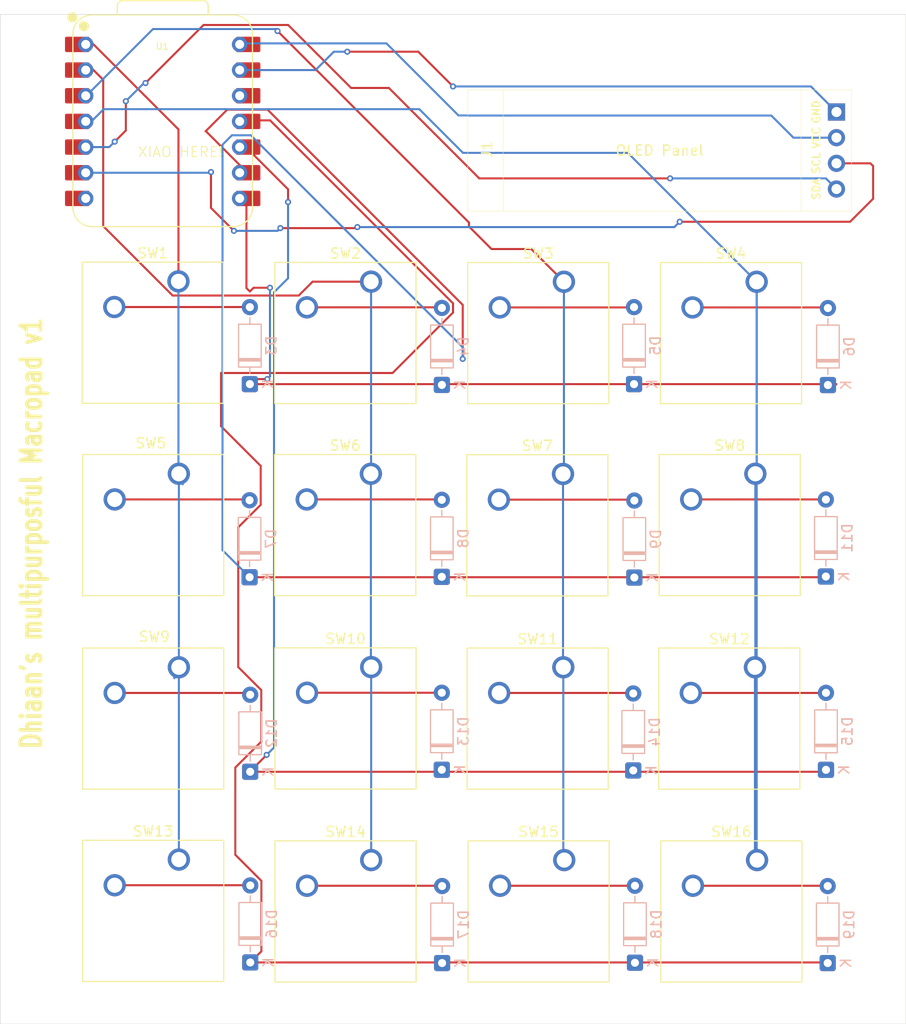
<source format=kicad_pcb>
(kicad_pcb (version 20241229) (generator "pcbnew") (generator_version "9.0")
  (layers (0 "F.Cu" signal) (2 "B.Cu" signal) (13 "F.Paste" user) (15 "B.Paste" user) (5 "F.SilkS" user "F.Silkscreen") (7 "B.SilkS" user "B.Silkscreen") (1 "F.Mask" user) (3 "B.Mask" user) (25 "Edge.Cuts" user))
  (net 0 "")
  (net 1 "Row 0")
  (net 2 "Net-(D3-A)")
  (net 3 "Net-(D4-A)")
  (net 4 "Net-(D5-A)")
  (net 5 "Net-(D6-A)")
  (net 6 "Net-(D7-A)")
  (net 7 "Row 1")
  (net 8 "Net-(D8-A)")
  (net 9 "Net-(D9-A)")
  (net 10 "Net-(D11-A)")
  (net 11 "Row 2")
  (net 12 "Net-(D12-A)")
  (net 13 "Net-(D13-A)")
  (net 14 "Net-(D14-A)")
  (net 15 "Net-(D15-A)")
  (net 16 "Net-(D16-A)")
  (net 17 "Row 3")
  (net 18 "Net-(D17-A)")
  (net 19 "Net-(D18-A)")
  (net 20 "Net-(D19-A)")
  (net 21 "SCL")
  (net 22 "+5V")
  (net 23 "GND")
  (net 24 "SDA")
  (net 25 "Column 0")
  (net 26 "Column 1")
  (net 27 "Column 2")
  (net 28 "Column 3")
  (footprint "Button_Switch_Keyboard:SW_Cherry_MX_1.00u_PCB" (layer "F.Cu") (at 130.12 68)
    (property "Reference" "SW6" (at -2.54 -2.794 0) (layer "F.SilkS"))
    (property "Value" "SW_Push")
    (pad "" np_thru_hole circle (at -7.62 5.08) (size 1.7 1.7) (drill 1.7) (layers "*.Cu" "*.Mask"))
    (pad "" np_thru_hole circle (at -2.54 5.08) (size 4 4) (drill 4) (layers "*.Cu" "*.Mask"))
    (pad "" np_thru_hole circle (at 2.54 5.08) (size 1.7 1.7) (drill 1.7) (layers "*.Cu" "*.Mask"))
    (pad "1" thru_hole circle (at 0 0) (size 2.2 2.2) (drill 1.5) (layers "*.Cu" "*.Mask") (net 26 "Column 1"))
    (pad "2" thru_hole circle (at -6.35 2.54) (size 2.2 2.2) (drill 1.5) (layers "*.Cu" "*.Mask") (net 8 "Net-(D8-A)"))
  )
  (footprint "Button_Switch_Keyboard:SW_Cherry_MX_1.00u_PCB" (layer "F.Cu") (at 168.31 49)
    (property "Reference" "SW4" (at -2.54 -2.794 0) (layer "F.SilkS"))
    (property "Value" "SW_Push")
    (pad "" np_thru_hole circle (at -7.62 5.08) (size 1.7 1.7) (drill 1.7) (layers "*.Cu" "*.Mask"))
    (pad "" np_thru_hole circle (at -2.54 5.08) (size 4 4) (drill 4) (layers "*.Cu" "*.Mask"))
    (pad "" np_thru_hole circle (at 2.54 5.08) (size 1.7 1.7) (drill 1.7) (layers "*.Cu" "*.Mask"))
    (pad "1" thru_hole circle (at 0 0) (size 2.2 2.2) (drill 1.5) (layers "*.Cu" "*.Mask") (net 28 "Column 3"))
    (pad "2" thru_hole circle (at -6.35 2.54) (size 2.2 2.2) (drill 1.5) (layers "*.Cu" "*.Mask") (net 5 "Net-(D6-A)"))
  )
  (footprint "Button_Switch_Keyboard:SW_Cherry_MX_1.00u_PCB" (layer "F.Cu") (at 111.11 87.15)
    (property "Reference" "SW9" (at -2.43 -3.02 0) (layer "F.SilkS"))
    (property "Value" "SW_Push")
    (pad "" np_thru_hole circle (at -7.62 5.08) (size 1.7 1.7) (drill 1.7) (layers "*.Cu" "*.Mask"))
    (pad "" np_thru_hole circle (at -2.54 5.08) (size 4 4) (drill 4) (layers "*.Cu" "*.Mask"))
    (pad "" np_thru_hole circle (at 2.54 5.08) (size 1.7 1.7) (drill 1.7) (layers "*.Cu" "*.Mask"))
    (pad "1" thru_hole circle (at 0 0) (size 2.2 2.2) (drill 1.5) (layers "*.Cu" "*.Mask") (net 25 "Column 0"))
    (pad "2" thru_hole circle (at -6.35 2.54) (size 2.2 2.2) (drill 1.5) (layers "*.Cu" "*.Mask") (net 12 "Net-(D12-A)"))
  )
  (footprint "Button_Switch_Keyboard:SW_Cherry_MX_1.00u_PCB" (layer "F.Cu") (at 168.14 87.15)
    (property "Reference" "SW12" (at -2.54 -2.794 0) (layer "F.SilkS"))
    (property "Value" "SW_Push")
    (pad "" np_thru_hole circle (at -7.62 5.08) (size 1.7 1.7) (drill 1.7) (layers "*.Cu" "*.Mask"))
    (pad "" np_thru_hole circle (at -2.54 5.08) (size 4 4) (drill 4) (layers "*.Cu" "*.Mask"))
    (pad "" np_thru_hole circle (at 2.54 5.08) (size 1.7 1.7) (drill 1.7) (layers "*.Cu" "*.Mask"))
    (pad "1" thru_hole circle (at 0 0) (size 2.2 2.2) (drill 1.5) (layers "*.Cu" "*.Mask") (net 28 "Column 3"))
    (pad "2" thru_hole circle (at -6.35 2.54) (size 2.2 2.2) (drill 1.5) (layers "*.Cu" "*.Mask") (net 15 "Net-(D15-A)"))
  )
  (footprint "Button_Switch_Keyboard:SW_Cherry_MX_1.00u_PCB" (layer "F.Cu") (at 130.14 48.99)
    (property "Reference" "SW2" (at -2.54 -2.794 0) (layer "F.SilkS"))
    (property "Value" "SW_Push")
    (pad "" np_thru_hole circle (at -7.62 5.08) (size 1.7 1.7) (drill 1.7) (layers "*.Cu" "*.Mask"))
    (pad "" np_thru_hole circle (at -2.54 5.08) (size 4 4) (drill 4) (layers "*.Cu" "*.Mask"))
    (pad "" np_thru_hole circle (at 2.54 5.08) (size 1.7 1.7) (drill 1.7) (layers "*.Cu" "*.Mask"))
    (pad "1" thru_hole circle (at 0 0) (size 2.2 2.2) (drill 1.5) (layers "*.Cu" "*.Mask") (net 26 "Column 1"))
    (pad "2" thru_hole circle (at -6.35 2.54) (size 2.2 2.2) (drill 1.5) (layers "*.Cu" "*.Mask") (net 3 "Net-(D4-A)"))
  )
  (footprint "Button_Switch_Keyboard:SW_Cherry_MX_1.00u_PCB" (layer "F.Cu") (at 111.11 106.18)
    (property "Reference" "SW13" (at -2.54 -2.794 0) (layer "F.SilkS"))
    (property "Value" "SW_Push")
    (pad "" np_thru_hole circle (at -7.62 5.08) (size 1.7 1.7) (drill 1.7) (layers "*.Cu" "*.Mask"))
    (pad "" np_thru_hole circle (at -2.54 5.08) (size 4 4) (drill 4) (layers "*.Cu" "*.Mask"))
    (pad "" np_thru_hole circle (at 2.54 5.08) (size 1.7 1.7) (drill 1.7) (layers "*.Cu" "*.Mask"))
    (pad "1" thru_hole circle (at 0 0) (size 2.2 2.2) (drill 1.5) (layers "*.Cu" "*.Mask") (net 25 "Column 0"))
    (pad "2" thru_hole circle (at -6.35 2.54) (size 2.2 2.2) (drill 1.5) (layers "*.Cu" "*.Mask") (net 16 "Net-(D16-A)"))
  )
  (footprint "Button_Switch_Keyboard:SW_Cherry_MX_1.00u_PCB" (layer "F.Cu") (at 130.15 87.13)
    (property "Reference" "SW10" (at -2.54 -2.794 0) (layer "F.SilkS"))
    (property "Value" "SW_Push")
    (pad "" np_thru_hole circle (at -7.62 5.08) (size 1.7 1.7) (drill 1.7) (layers "*.Cu" "*.Mask"))
    (pad "" np_thru_hole circle (at -2.54 5.08) (size 4 4) (drill 4) (layers "*.Cu" "*.Mask"))
    (pad "" np_thru_hole circle (at 2.54 5.08) (size 1.7 1.7) (drill 1.7) (layers "*.Cu" "*.Mask"))
    (pad "1" thru_hole circle (at 0 0) (size 2.2 2.2) (drill 1.5) (layers "*.Cu" "*.Mask") (net 26 "Column 1"))
    (pad "2" thru_hole circle (at -6.35 2.54) (size 2.2 2.2) (drill 1.5) (layers "*.Cu" "*.Mask") (net 13 "Net-(D13-A)"))
  )
  (footprint "Button_Switch_Keyboard:SW_Cherry_MX_1.00u_PCB" (layer "F.Cu") (at 111.07 48.96)
    (property "Reference" "SW1" (at -2.54 -2.794 0) (layer "F.SilkS"))
    (property "Value" "SW_Push")
    (pad "" np_thru_hole circle (at -7.62 5.08) (size 1.7 1.7) (drill 1.7) (layers "*.Cu" "*.Mask"))
    (pad "" np_thru_hole circle (at -2.54 5.08) (size 4 4) (drill 4) (layers "*.Cu" "*.Mask"))
    (pad "" np_thru_hole circle (at 2.54 5.08) (size 1.7 1.7) (drill 1.7) (layers "*.Cu" "*.Mask"))
    (pad "1" thru_hole circle (at 0 0) (size 2.2 2.2) (drill 1.5) (layers "*.Cu" "*.Mask") (net 25 "Column 0"))
    (pad "2" thru_hole circle (at -6.35 2.54) (size 2.2 2.2) (drill 1.5) (layers "*.Cu" "*.Mask") (net 2 "Net-(D3-A)"))
  )
  (footprint "OPL:SSD1306-0.91-OLED-4pin-128x32" (layer "F.Cu") (at 139.71 30.01)
    (property "Reference" "J1" (at 1.9 5.91 90) (layer "F.SilkS"))
    (property "Value" "Conn_01x04_Pin")
    (fp_text user "OLED Panel" (at 19 6 0) (layer "F.SilkS"))
    (fp_text user "SDA" (at 34.5 9.81 270) (layer "F.SilkS") (effects (font (size 0.75 0.75))))
    (fp_text user "SCL" (at 34.5 7.27 270) (layer "F.SilkS") (effects (font (size 0.75 0.75))))
    (fp_text user "VCC" (at 34.5 4.73 270) (layer "F.SilkS") (effects (font (size 0.75 0.75))))
    (fp_text user "GND" (at 34.5 2.19 270) (layer "F.SilkS") (effects (font (size 0.75 0.75))))
    (pad "1" thru_hole rect (at 36.5 2.19) (size 1.7 1.7) (drill 1) (layers "*.Cu" "*.Mask") (net 23 "GND"))
    (pad "2" thru_hole oval (at 36.5 4.73) (size 1.7 1.7) (drill 1) (layers "*.Cu" "*.Mask") (net 22 "+5V"))
    (pad "3" thru_hole oval (at 36.5 7.27) (size 1.7 1.7) (drill 1) (layers "*.Cu" "*.Mask") (net 21 "SCL"))
    (pad "4" thru_hole oval (at 36.5 9.81) (size 1.7 1.7) (drill 1) (layers "*.Cu" "*.Mask") (net 24 "SDA"))
  )
  (footprint "Button_Switch_Keyboard:SW_Cherry_MX_1.00u_PCB" (layer "F.Cu") (at 149.23 49)
    (property "Reference" "SW3" (at -2.54 -2.794 0) (layer "F.SilkS"))
    (property "Value" "SW_Push")
    (pad "" np_thru_hole circle (at -7.62 5.08) (size 1.7 1.7) (drill 1.7) (layers "*.Cu" "*.Mask"))
    (pad "" np_thru_hole circle (at -2.54 5.08) (size 4 4) (drill 4) (layers "*.Cu" "*.Mask"))
    (pad "" np_thru_hole circle (at 2.54 5.08) (size 1.7 1.7) (drill 1.7) (layers "*.Cu" "*.Mask"))
    (pad "1" thru_hole circle (at 0 0) (size 2.2 2.2) (drill 1.5) (layers "*.Cu" "*.Mask") (net 27 "Column 2"))
    (pad "2" thru_hole circle (at -6.35 2.54) (size 2.2 2.2) (drill 1.5) (layers "*.Cu" "*.Mask") (net 4 "Net-(D5-A)"))
  )
  (footprint "OPL:XIAO-RP2040-DIP" (layer "F.Cu") (at 109.51 33.13)
    (property "Reference" "U1" (at -0.03881 -7.42 0) (layer "F.SilkS") (effects (font (size 0.635 0.635) (thickness 0.1016))))
    (property "Value" "XIAO-RP2040-DIP")
    (pad "1" smd roundrect (at -8.455 -7.62 180) (size 2.432 1.524) (layers "F.Cu" "F.Mask") (roundrect_rratio 0.1) (net 25 "Column 0"))
    (pad "1" thru_hole circle (at -7.62 -7.62 180) (size 1.524 1.524) (drill 0.889) (layers "*.Cu" "*.Mask") (net 25 "Column 0"))
    (pad "2" smd roundrect (at -8.455 -5.08 180) (size 2.432 1.524) (layers "F.Cu" "F.Mask") (roundrect_rratio 0.1) (net 26 "Column 1"))
    (pad "2" thru_hole circle (at -7.62 -5.08 180) (size 1.524 1.524) (drill 0.889) (layers "*.Cu" "*.Mask") (net 26 "Column 1"))
    (pad "3" smd roundrect (at -8.455 -2.54 180) (size 2.432 1.524) (layers "F.Cu" "F.Mask") (roundrect_rratio 0.1) (net 27 "Column 2"))
    (pad "3" thru_hole circle (at -7.62 -2.54 180) (size 1.524 1.524) (drill 0.889) (layers "*.Cu" "*.Mask") (net 27 "Column 2"))
    (pad "4" smd roundrect (at -8.455 0 180) (size 2.432 1.524) (layers "F.Cu" "F.Mask") (roundrect_rratio 0.1) (net 28 "Column 3"))
    (pad "4" thru_hole circle (at -7.62 0 180) (size 1.524 1.524) (drill 0.889) (layers "*.Cu" "*.Mask") (net 28 "Column 3"))
    (pad "5" smd roundrect (at -8.455 2.54 180) (size 2.432 1.524) (layers "F.Cu" "F.Mask") (roundrect_rratio 0.1) (net 24 "SDA"))
    (pad "5" thru_hole circle (at -7.62 2.54 180) (size 1.524 1.524) (drill 0.889) (layers "*.Cu" "*.Mask") (net 24 "SDA"))
    (pad "6" smd roundrect (at -8.455 5.08 180) (size 2.432 1.524) (layers "F.Cu" "F.Mask") (roundrect_rratio 0.1) (net 21 "SCL"))
    (pad "6" thru_hole circle (at -7.62 5.08 180) (size 1.524 1.524) (drill 0.889) (layers "*.Cu" "*.Mask") (net 21 "SCL"))
    (pad "7" smd roundrect (at -8.455 7.62 180) (size 2.432 1.524) (layers "F.Cu" "F.Mask") (roundrect_rratio 0.1))
    (pad "7" thru_hole circle (at -7.62 7.62 180) (size 1.524 1.524) (drill 0.889) (layers "*.Cu" "*.Mask"))
    (pad "8" thru_hole circle (at 7.62 7.62) (size 1.524 1.524) (drill 0.889) (layers "*.Cu" "*.Mask") (net 1 "Row 0"))
    (pad "8" smd roundrect (at 8.455 7.62) (size 2.432 1.524) (layers "F.Cu" "F.Mask") (roundrect_rratio 0.1) (net 1 "Row 0"))
    (pad "9" thru_hole circle (at 7.62 5.08) (size 1.524 1.524) (drill 0.889) (layers "*.Cu" "*.Mask") (net 7 "Row 1"))
    (pad "9" smd roundrect (at 8.455 5.08) (size 2.432 1.524) (layers "F.Cu" "F.Mask") (roundrect_rratio 0.1) (net 7 "Row 1"))
    (pad "10" thru_hole circle (at 7.62 2.54) (size 1.524 1.524) (drill 0.889) (layers "*.Cu" "*.Mask") (net 11 "Row 2"))
    (pad "10" smd roundrect (at 8.455 2.54) (size 2.432 1.524) (layers "F.Cu" "F.Mask") (roundrect_rratio 0.1) (net 11 "Row 2"))
    (pad "11" thru_hole circle (at 7.62 0) (size 1.524 1.524) (drill 0.889) (layers "*.Cu" "*.Mask") (net 17 "Row 3"))
    (pad "11" smd roundrect (at 8.455 0) (size 2.432 1.524) (layers "F.Cu" "F.Mask") (roundrect_rratio 0.1) (net 17 "Row 3"))
    (pad "12" thru_hole circle (at 7.62 -2.54) (size 1.524 1.524) (drill 0.889) (layers "*.Cu" "*.Mask"))
    (pad "12" smd roundrect (at 8.455 -2.54) (size 2.432 1.524) (layers "F.Cu" "F.Mask") (roundrect_rratio 0.1))
    (pad "13" thru_hole circle (at 7.62 -5.08) (size 1.524 1.524) (drill 0.889) (layers "*.Cu" "*.Mask") (net 23 "GND"))
    (pad "13" smd roundrect (at 8.455 -5.08) (size 2.432 1.524) (layers "F.Cu" "F.Mask") (roundrect_rratio 0.1) (net 23 "GND"))
    (pad "14" thru_hole circle (at 7.62 -7.62) (size 1.524 1.524) (drill 0.889) (layers "*.Cu" "*.Mask") (net 22 "+5V"))
    (pad "14" smd roundrect (at 8.455 -7.62) (size 2.432 1.524) (layers "F.Cu" "F.Mask") (roundrect_rratio 0.1) (net 22 "+5V"))
  )
  (footprint "Button_Switch_Keyboard:SW_Cherry_MX_1.00u_PCB" (layer "F.Cu") (at 149.17 87.15)
    (property "Reference" "SW11" (at -2.54 -2.794 0) (layer "F.SilkS"))
    (property "Value" "SW_Push")
    (pad "" np_thru_hole circle (at -7.62 5.08) (size 1.7 1.7) (drill 1.7) (layers "*.Cu" "*.Mask"))
    (pad "" np_thru_hole circle (at -2.54 5.08) (size 4 4) (drill 4) (layers "*.Cu" "*.Mask"))
    (pad "" np_thru_hole circle (at 2.54 5.08) (size 1.7 1.7) (drill 1.7) (layers "*.Cu" "*.Mask"))
    (pad "1" thru_hole circle (at 0 0) (size 2.2 2.2) (drill 1.5) (layers "*.Cu" "*.Mask") (net 27 "Column 2"))
    (pad "2" thru_hole circle (at -6.35 2.54) (size 2.2 2.2) (drill 1.5) (layers "*.Cu" "*.Mask") (net 14 "Net-(D14-A)"))
  )
  (footprint "Button_Switch_Keyboard:SW_Cherry_MX_1.00u_PCB" (layer "F.Cu") (at 149.14 68.02)
    (property "Reference" "SW7" (at -2.54 -2.794 0) (layer "F.SilkS"))
    (property "Value" "SW_Push")
    (pad "" np_thru_hole circle (at -7.62 5.08) (size 1.7 1.7) (drill 1.7) (layers "*.Cu" "*.Mask"))
    (pad "" np_thru_hole circle (at -2.54 5.08) (size 4 4) (drill 4) (layers "*.Cu" "*.Mask"))
    (pad "" np_thru_hole circle (at 2.54 5.08) (size 1.7 1.7) (drill 1.7) (layers "*.Cu" "*.Mask"))
    (pad "1" thru_hole circle (at 0 0) (size 2.2 2.2) (drill 1.5) (layers "*.Cu" "*.Mask") (net 27 "Column 2"))
    (pad "2" thru_hole circle (at -6.35 2.54) (size 2.2 2.2) (drill 1.5) (layers "*.Cu" "*.Mask") (net 9 "Net-(D9-A)"))
  )
  (footprint "Button_Switch_Keyboard:SW_Cherry_MX_1.00u_PCB" (layer "F.Cu") (at 168.35 106.23)
    (property "Reference" "SW16" (at -2.54 -2.794 0) (layer "F.SilkS"))
    (property "Value" "SW_Push")
    (pad "" np_thru_hole circle (at -7.62 5.08) (size 1.7 1.7) (drill 1.7) (layers "*.Cu" "*.Mask"))
    (pad "" np_thru_hole circle (at -2.54 5.08) (size 4 4) (drill 4) (layers "*.Cu" "*.Mask"))
    (pad "" np_thru_hole circle (at 2.54 5.08) (size 1.7 1.7) (drill 1.7) (layers "*.Cu" "*.Mask"))
    (pad "1" thru_hole circle (at 0 0) (size 2.2 2.2) (drill 1.5) (layers "*.Cu" "*.Mask") (net 28 "Column 3"))
    (pad "2" thru_hole circle (at -6.35 2.54) (size 2.2 2.2) (drill 1.5) (layers "*.Cu" "*.Mask") (net 20 "Net-(D19-A)"))
  )
  (footprint "Button_Switch_Keyboard:SW_Cherry_MX_1.00u_PCB" (layer "F.Cu") (at 111.11 68)
    (property "Reference" "SW5" (at -2.77 -3.03 0) (layer "F.SilkS"))
    (property "Value" "SW_Push")
    (pad "" np_thru_hole circle (at -7.62 5.08) (size 1.7 1.7) (drill 1.7) (layers "*.Cu" "*.Mask"))
    (pad "" np_thru_hole circle (at -2.54 5.08) (size 4 4) (drill 4) (layers "*.Cu" "*.Mask"))
    (pad "" np_thru_hole circle (at 2.54 5.08) (size 1.7 1.7) (drill 1.7) (layers "*.Cu" "*.Mask"))
    (pad "1" thru_hole circle (at 0 0) (size 2.2 2.2) (drill 1.5) (layers "*.Cu" "*.Mask") (net 25 "Column 0"))
    (pad "2" thru_hole circle (at -6.35 2.54) (size 2.2 2.2) (drill 1.5) (layers "*.Cu" "*.Mask") (net 6 "Net-(D7-A)"))
  )
  (footprint "Button_Switch_Keyboard:SW_Cherry_MX_1.00u_PCB" (layer "F.Cu") (at 149.26 106.23)
    (property "Reference" "SW15" (at -2.54 -2.794 0) (layer "F.SilkS"))
    (property "Value" "SW_Push")
    (pad "" np_thru_hole circle (at -7.62 5.08) (size 1.7 1.7) (drill 1.7) (layers "*.Cu" "*.Mask"))
    (pad "" np_thru_hole circle (at -2.54 5.08) (size 4 4) (drill 4) (layers "*.Cu" "*.Mask"))
    (pad "" np_thru_hole circle (at 2.54 5.08) (size 1.7 1.7) (drill 1.7) (layers "*.Cu" "*.Mask"))
    (pad "1" thru_hole circle (at 0 0) (size 2.2 2.2) (drill 1.5) (layers "*.Cu" "*.Mask") (net 27 "Column 2"))
    (pad "2" thru_hole circle (at -6.35 2.54) (size 2.2 2.2) (drill 1.5) (layers "*.Cu" "*.Mask") (net 19 "Net-(D18-A)"))
  )
  (footprint "Button_Switch_Keyboard:SW_Cherry_MX_1.00u_PCB" (layer "F.Cu") (at 168.18 68)
    (property "Reference" "SW8" (at -2.54 -2.794 0) (layer "F.SilkS"))
    (property "Value" "SW_Push")
    (pad "" np_thru_hole circle (at -7.62 5.08) (size 1.7 1.7) (drill 1.7) (layers "*.Cu" "*.Mask"))
    (pad "" np_thru_hole circle (at -2.54 5.08) (size 4 4) (drill 4) (layers "*.Cu" "*.Mask"))
    (pad "" np_thru_hole circle (at 2.54 5.08) (size 1.7 1.7) (drill 1.7) (layers "*.Cu" "*.Mask"))
    (pad "1" thru_hole circle (at 0 0) (size 2.2 2.2) (drill 1.5) (layers "*.Cu" "*.Mask") (net 28 "Column 3"))
    (pad "2" thru_hole circle (at -6.35 2.54) (size 2.2 2.2) (drill 1.5) (layers "*.Cu" "*.Mask") (net 10 "Net-(D11-A)"))
  )
  (footprint "Button_Switch_Keyboard:SW_Cherry_MX_1.00u_PCB" (layer "F.Cu") (at 130.15 106.23)
    (property "Reference" "SW14" (at -2.54 -2.794 0) (layer "F.SilkS"))
    (property "Value" "SW_Push")
    (pad "" np_thru_hole circle (at -7.62 5.08) (size 1.7 1.7) (drill 1.7) (layers "*.Cu" "*.Mask"))
    (pad "" np_thru_hole circle (at -2.54 5.08) (size 4 4) (drill 4) (layers "*.Cu" "*.Mask"))
    (pad "" np_thru_hole circle (at 2.54 5.08) (size 1.7 1.7) (drill 1.7) (layers "*.Cu" "*.Mask"))
    (pad "1" thru_hole circle (at 0 0) (size 2.2 2.2) (drill 1.5) (layers "*.Cu" "*.Mask") (net 26 "Column 1"))
    (pad "2" thru_hole circle (at -6.35 2.54) (size 2.2 2.2) (drill 1.5) (layers "*.Cu" "*.Mask") (net 18 "Net-(D17-A)"))
  )
  (footprint "Diode_THT:D_DO-35_SOD27_P7.62mm_Horizontal" (layer "B.Cu") (at 175.36 59.22 90)
    (property "Reference" "D6" (at 3.81 2.12 90) (layer "B.SilkS") (effects (justify mirror)))
    (property "Value" "1N4148")
    (fp_text user "K" (at 0 1.8 90) (layer "B.SilkS") (effects (justify mirror)))
    (pad "1" thru_hole roundrect (at 0 0 90) (size 1.6 1.6) (drill 0.8) (layers "*.Cu" "*.Mask") (roundrect_rratio 0.15625) (net 1 "Row 0"))
    (pad "2" thru_hole circle (at 7.62 0 90) (size 1.6 1.6) (drill 0.8) (layers "*.Cu" "*.Mask") (net 5 "Net-(D6-A)"))
  )
  (footprint "Diode_THT:D_DO-35_SOD27_P7.62mm_Horizontal" (layer "B.Cu") (at 118.18 116.36 90)
    (property "Reference" "D16" (at 3.81 2.12 90) (layer "B.SilkS") (effects (justify mirror)))
    (property "Value" "1N4148")
    (fp_text user "K" (at 0 1.8 90) (layer "B.SilkS") (effects (justify mirror)))
    (pad "1" thru_hole roundrect (at 0 0 90) (size 1.6 1.6) (drill 0.8) (layers "*.Cu" "*.Mask") (roundrect_rratio 0.15625) (net 17 "Row 3"))
    (pad "2" thru_hole circle (at 7.62 0 90) (size 1.6 1.6) (drill 0.8) (layers "*.Cu" "*.Mask") (net 16 "Net-(D16-A)"))
  )
  (footprint "Diode_THT:D_DO-35_SOD27_P7.62mm_Horizontal" (layer "B.Cu") (at 156.26 116.39 90)
    (property "Reference" "D18" (at 3.81 2.12 90) (layer "B.SilkS") (effects (justify mirror)))
    (property "Value" "1N4148")
    (fp_text user "K" (at 0 1.8 90) (layer "B.SilkS") (effects (justify mirror)))
    (pad "1" thru_hole roundrect (at 0 0 90) (size 1.6 1.6) (drill 0.8) (layers "*.Cu" "*.Mask") (roundrect_rratio 0.15625) (net 17 "Row 3"))
    (pad "2" thru_hole circle (at 7.62 0 90) (size 1.6 1.6) (drill 0.8) (layers "*.Cu" "*.Mask") (net 19 "Net-(D18-A)"))
  )
  (footprint "Diode_THT:D_DO-35_SOD27_P7.62mm_Horizontal" (layer "B.Cu") (at 156.17 59.13 90)
    (property "Reference" "D5" (at 3.81 2.12 90) (layer "B.SilkS") (effects (justify mirror)))
    (property "Value" "1N4148")
    (fp_text user "K" (at 0 1.8 90) (layer "B.SilkS") (effects (justify mirror)))
    (pad "1" thru_hole roundrect (at 0 0 90) (size 1.6 1.6) (drill 0.8) (layers "*.Cu" "*.Mask") (roundrect_rratio 0.15625) (net 1 "Row 0"))
    (pad "2" thru_hole circle (at 7.62 0 90) (size 1.6 1.6) (drill 0.8) (layers "*.Cu" "*.Mask") (net 4 "Net-(D5-A)"))
  )
  (footprint "Diode_THT:D_DO-35_SOD27_P7.62mm_Horizontal" (layer "B.Cu") (at 156.2 78.27 90)
    (property "Reference" "D9" (at 3.81 2.12 90) (layer "B.SilkS") (effects (justify mirror)))
    (property "Value" "1N4148")
    (fp_text user "K" (at 0 1.8 90) (layer "B.SilkS") (effects (justify mirror)))
    (pad "1" thru_hole roundrect (at 0 0 90) (size 1.6 1.6) (drill 0.8) (layers "*.Cu" "*.Mask") (roundrect_rratio 0.15625) (net 7 "Row 1"))
    (pad "2" thru_hole circle (at 7.62 0 90) (size 1.6 1.6) (drill 0.8) (layers "*.Cu" "*.Mask") (net 9 "Net-(D9-A)"))
  )
  (footprint "Diode_THT:D_DO-35_SOD27_P7.62mm_Horizontal" (layer "B.Cu") (at 175.16 78.17 90)
    (property "Reference" "D11" (at 3.81 2.12 90) (layer "B.SilkS") (effects (justify mirror)))
    (property "Value" "1N4148")
    (fp_text user "K" (at 0 1.8 90) (layer "B.SilkS") (effects (justify mirror)))
    (pad "1" thru_hole roundrect (at 0 0 90) (size 1.6 1.6) (drill 0.8) (layers "*.Cu" "*.Mask") (roundrect_rratio 0.15625) (net 7 "Row 1"))
    (pad "2" thru_hole circle (at 7.62 0 90) (size 1.6 1.6) (drill 0.8) (layers "*.Cu" "*.Mask") (net 10 "Net-(D11-A)"))
  )
  (footprint "Diode_THT:D_DO-35_SOD27_P7.62mm_Horizontal" (layer "B.Cu") (at 118.14 59.13 90)
    (property "Reference" "D3" (at 3.81 2.12 90) (layer "B.SilkS") (effects (justify mirror)))
    (property "Value" "1N4148")
    (fp_text user "K" (at 0 1.8 90) (layer "B.SilkS") (effects (justify mirror)))
    (pad "1" thru_hole roundrect (at 0 0 90) (size 1.6 1.6) (drill 0.8) (layers "*.Cu" "*.Mask") (roundrect_rratio 0.15625) (net 1 "Row 0"))
    (pad "2" thru_hole circle (at 7.62 0 90) (size 1.6 1.6) (drill 0.8) (layers "*.Cu" "*.Mask") (net 2 "Net-(D3-A)"))
  )
  (footprint "Diode_THT:D_DO-35_SOD27_P7.62mm_Horizontal" (layer "B.Cu") (at 137.17 116.42 90)
    (property "Reference" "D17" (at 3.81 2.12 90) (layer "B.SilkS") (effects (justify mirror)))
    (property "Value" "1N4148")
    (fp_text user "K" (at 0 1.8 90) (layer "B.SilkS") (effects (justify mirror)))
    (pad "1" thru_hole roundrect (at 0 0 90) (size 1.6 1.6) (drill 0.8) (layers "*.Cu" "*.Mask") (roundrect_rratio 0.15625) (net 17 "Row 3"))
    (pad "2" thru_hole circle (at 7.62 0 90) (size 1.6 1.6) (drill 0.8) (layers "*.Cu" "*.Mask") (net 18 "Net-(D17-A)"))
  )
  (footprint "Diode_THT:D_DO-35_SOD27_P7.62mm_Horizontal" (layer "B.Cu") (at 156.09 97.36 90)
    (property "Reference" "D14" (at 3.81 2.12 90) (layer "B.SilkS") (effects (justify mirror)))
    (property "Value" "1N4148")
    (fp_text user "K" (at 0 1.8 90) (layer "B.SilkS") (effects (justify mirror)))
    (pad "1" thru_hole roundrect (at 0 0 90) (size 1.6 1.6) (drill 0.8) (layers "*.Cu" "*.Mask") (roundrect_rratio 0.15625) (net 11 "Row 2"))
    (pad "2" thru_hole circle (at 7.62 0 90) (size 1.6 1.6) (drill 0.8) (layers "*.Cu" "*.Mask") (net 14 "Net-(D14-A)"))
  )
  (footprint "Diode_THT:D_DO-35_SOD27_P7.62mm_Horizontal" (layer "B.Cu") (at 118.11 78.24 90)
    (property "Reference" "D7" (at 3.81 2.12 90) (layer "B.SilkS") (effects (justify mirror)))
    (property "Value" "1N4148")
    (fp_text user "K" (at 0 1.8 90) (layer "B.SilkS") (effects (justify mirror)))
    (pad "1" thru_hole roundrect (at 0 0 90) (size 1.6 1.6) (drill 0.8) (layers "*.Cu" "*.Mask") (roundrect_rratio 0.15625) (net 7 "Row 1"))
    (pad "2" thru_hole circle (at 7.62 0 90) (size 1.6 1.6) (drill 0.8) (layers "*.Cu" "*.Mask") (net 6 "Net-(D7-A)"))
  )
  (footprint "Diode_THT:D_DO-35_SOD27_P7.62mm_Horizontal" (layer "B.Cu") (at 118.17 97.49 90)
    (property "Reference" "D12" (at 3.81 2.12 90) (layer "B.SilkS") (effects (justify mirror)))
    (property "Value" "1N4148")
    (fp_text user "K" (at 0 1.8 90) (layer "B.SilkS") (effects (justify mirror)))
    (pad "1" thru_hole roundrect (at 0 0 90) (size 1.6 1.6) (drill 0.8) (layers "*.Cu" "*.Mask") (roundrect_rratio 0.15625) (net 11 "Row 2"))
    (pad "2" thru_hole circle (at 7.62 0 90) (size 1.6 1.6) (drill 0.8) (layers "*.Cu" "*.Mask") (net 12 "Net-(D12-A)"))
  )
  (footprint "Diode_THT:D_DO-35_SOD27_P7.62mm_Horizontal" (layer "B.Cu") (at 137.14 97.29 90)
    (property "Reference" "D13" (at 3.81 2.12 90) (layer "B.SilkS") (effects (justify mirror)))
    (property "Value" "1N4148")
    (fp_text user "K" (at 0 1.8 90) (layer "B.SilkS") (effects (justify mirror)))
    (pad "1" thru_hole roundrect (at 0 0 90) (size 1.6 1.6) (drill 0.8) (layers "*.Cu" "*.Mask") (roundrect_rratio 0.15625) (net 11 "Row 2"))
    (pad "2" thru_hole circle (at 7.62 0 90) (size 1.6 1.6) (drill 0.8) (layers "*.Cu" "*.Mask") (net 13 "Net-(D13-A)"))
  )
  (footprint "Diode_THT:D_DO-35_SOD27_P7.62mm_Horizontal" (layer "B.Cu") (at 137.14 78.2 90)
    (property "Reference" "D8" (at 3.81 2.12 90) (layer "B.SilkS") (effects (justify mirror)))
    (property "Value" "1N4148")
    (fp_text user "K" (at 0 1.8 90) (layer "B.SilkS") (effects (justify mirror)))
    (pad "1" thru_hole roundrect (at 0 0 90) (size 1.6 1.6) (drill 0.8) (layers "*.Cu" "*.Mask") (roundrect_rratio 0.15625) (net 7 "Row 1"))
    (pad "2" thru_hole circle (at 7.62 0 90) (size 1.6 1.6) (drill 0.8) (layers "*.Cu" "*.Mask") (net 8 "Net-(D8-A)"))
  )
  (footprint "Diode_THT:D_DO-35_SOD27_P7.62mm_Horizontal" (layer "B.Cu") (at 137.15 59.21 90)
    (property "Reference" "D4" (at 3.81 2.12 90) (layer "B.SilkS") (effects (justify mirror)))
    (property "Value" "1N4148")
    (fp_text user "K" (at 0 1.8 90) (layer "B.SilkS") (effects (justify mirror)))
    (pad "1" thru_hole roundrect (at 0 0 90) (size 1.6 1.6) (drill 0.8) (layers "*.Cu" "*.Mask") (roundrect_rratio 0.15625) (net 1 "Row 0"))
    (pad "2" thru_hole circle (at 7.62 0 90) (size 1.6 1.6) (drill 0.8) (layers "*.Cu" "*.Mask") (net 3 "Net-(D4-A)"))
  )
  (footprint "Diode_THT:D_DO-35_SOD27_P7.62mm_Horizontal" (layer "B.Cu") (at 175.17 97.3 90)
    (property "Reference" "D15" (at 3.81 2.12 90) (layer "B.SilkS") (effects (justify mirror)))
    (property "Value" "1N4148")
    (fp_text user "K" (at 0 1.8 90) (layer "B.SilkS") (effects (justify mirror)))
    (pad "1" thru_hole roundrect (at 0 0 90) (size 1.6 1.6) (drill 0.8) (layers "*.Cu" "*.Mask") (roundrect_rratio 0.15625) (net 11 "Row 2"))
    (pad "2" thru_hole circle (at 7.62 0 90) (size 1.6 1.6) (drill 0.8) (layers "*.Cu" "*.Mask") (net 15 "Net-(D15-A)"))
  )
  (footprint "Diode_THT:D_DO-35_SOD27_P7.62mm_Horizontal" (layer "B.Cu") (at 175.34 116.42 90)
    (property "Reference" "D19" (at 3.81 2.12 90) (layer "B.SilkS") (effects (justify mirror)))
    (property "Value" "1N4148")
    (fp_text user "K" (at 0 1.8 90) (layer "B.SilkS") (effects (justify mirror)))
    (pad "1" thru_hole roundrect (at 0 0 90) (size 1.6 1.6) (drill 0.8) (layers "*.Cu" "*.Mask") (roundrect_rratio 0.15625) (net 17 "Row 3"))
    (pad "2" thru_hole circle (at 7.62 0 90) (size 1.6 1.6) (drill 0.8) (layers "*.Cu" "*.Mask") (net 20 "Net-(D19-A)"))
  )
  (gr_rect (start 93.43 22.54) (end 183.09 122.45) (stroke (width 0.05)) (fill no) (layer "Edge.Cuts"))
  (gr_text "Dhiaan's multipurposful Macropad v1" (at 97.68 95.44 90) (layer "F.SilkS") (effects (font (size 2 1.5) (thickness 0.375) (bold yes)) (justify left bottom)))
  (gr_text "XIAO HERE!" (at 106.99 36.74 0) (layer "F.SilkS") (effects (font (size 1 1) (thickness 0.1)) (justify left bottom)))
  (segment (start 119.871 58.629) (end 118.641 58.629) (width 0.2) (layer "F.Cu") (net 1))
  (segment (start 117.8 40.6485) (end 117.8 49.62) (width 0.2) (layer "F.Cu") (net 1))
  (segment (start 176.2 59.13) (end 176.11 59.22) (width 0.2) (layer "F.Cu") (net 1))
  (segment (start 118.641 58.629) (end 118.14 59.13) (width 0.2) (layer "F.Cu") (net 1))
  (segment (start 176.11 59.22) (end 175.36 59.22) (width 0.2) (layer "F.Cu") (net 1))
  (segment (start 118.14 49.96) (end 118.51 49.59) (width 0.2) (layer "F.Cu") (net 1))
  (segment (start 118.51 49.59) (end 120.13 49.59) (width 0.2) (layer "F.Cu") (net 1))
  (segment (start 117.8 49.62) (end 118.14 49.96) (width 0.2) (layer "F.Cu") (net 1))
  (segment (start 118.14 59.13) (end 176.2 59.13) (width 0.2) (layer "F.Cu") (net 1))
  (via (at 119.871 58.629) (size 0.6) (drill 0.3) (layers "F.Cu" "B.Cu") (net 1))
  (via (at 120.13 49.59) (size 0.6) (drill 0.3) (layers "F.Cu" "B.Cu") (net 1))
  (segment (start 120.13 49.59) (end 120.13 58.37) (width 0.2) (layer "B.Cu") (net 1))
  (segment (start 120.13 58.37) (end 119.871 58.629) (width 0.2) (layer "B.Cu") (net 1))
  (segment (start 118.13 51.5) (end 118.14 51.51) (width 0.2) (layer "F.Cu") (net 2))
  (segment (start 104.72 51.5) (end 118.13 51.5) (width 0.2) (layer "F.Cu") (net 2))
  (segment (start 118.14 51.51) (end 117.84 51.51) (width 0.2) (layer "B.Cu") (net 2))
  (segment (start 137.09 51.53) (end 137.15 51.59) (width 0.2) (layer "F.Cu") (net 3))
  (segment (start 123.79 51.53) (end 137.09 51.53) (width 0.2) (layer "F.Cu") (net 3))
  (segment (start 142.88 51.54) (end 156.14 51.54) (width 0.2) (layer "F.Cu") (net 4))
  (segment (start 156.14 51.54) (end 156.17 51.51) (width 0.2) (layer "F.Cu") (net 4))
  (segment (start 175.3 51.54) (end 175.36 51.6) (width 0.2) (layer "F.Cu") (net 5))
  (segment (start 161.96 51.54) (end 175.3 51.54) (width 0.2) (layer "F.Cu") (net 5))
  (segment (start 104.76 70.54) (end 118.03 70.54) (width 0.2) (layer "F.Cu") (net 6))
  (segment (start 118.03 70.54) (end 118.11 70.62) (width 0.2) (layer "F.Cu") (net 6))
  (segment (start 118.11 78.24) (end 175.09 78.24) (width 0.2) (layer "F.Cu") (net 7))
  (segment (start 113.8015 34.11) (end 113.755 34.11) (width 0.2) (layer "F.Cu") (net 7))
  (segment (start 113.755 34.11) (end 115.8995 31.9655) (width 0.2) (layer "F.Cu") (net 7))
  (segment (start 117.8 38.1085) (end 113.8015 34.11) (width 0.2) (layer "F.Cu") (net 7))
  (segment (start 175.09 78.24) (end 175.16 78.17) (width 0.2) (layer "F.Cu") (net 7))
  (segment (start 139.21 51.284874) (end 139.21 56.63) (width 0.2) (layer "F.Cu") (net 7))
  (segment (start 115.8995 31.9655) (end 119.890626 31.9655) (width 0.2) (layer "F.Cu") (net 7))
  (segment (start 119.890626 31.9655) (end 139.21 51.284874) (width 0.2) (layer "F.Cu") (net 7))
  (via (at 139.21 56.63) (size 0.6) (drill 0.3) (layers "F.Cu" "B.Cu") (net 7))
  (segment (start 139.21 55.47519) (end 118.24031 34.5055) (width 0.2) (layer "B.Cu") (net 7))
  (segment (start 116.357017 34.5055) (end 115.432234 35.430283) (width 0.2) (layer "B.Cu") (net 7))
  (segment (start 118.24031 34.5055) (end 116.357017 34.5055) (width 0.2) (layer "B.Cu") (net 7))
  (segment (start 115.432234 75.562234) (end 118.11 78.24) (width 0.2) (layer "B.Cu") (net 7))
  (segment (start 115.432234 35.430283) (end 115.432234 75.562234) (width 0.2) (layer "B.Cu") (net 7))
  (segment (start 139.21 56.63) (end 139.21 55.47519) (width 0.2) (layer "B.Cu") (net 7))
  (segment (start 137.1 70.54) (end 137.14 70.58) (width 0.2) (layer "F.Cu") (net 8))
  (segment (start 123.77 70.54) (end 137.1 70.54) (width 0.2) (layer "F.Cu") (net 8))
  (segment (start 156.11 70.56) (end 156.2 70.65) (width 0.2) (layer "F.Cu") (net 9))
  (segment (start 142.79 70.56) (end 156.11 70.56) (width 0.2) (layer "F.Cu") (net 9))
  (segment (start 175.15 70.54) (end 175.16 70.55) (width 0.2) (layer "F.Cu") (net 10))
  (segment (start 161.83 70.54) (end 175.15 70.54) (width 0.2) (layer "F.Cu") (net 10))
  (segment (start 174.98 97.49) (end 175.17 97.3) (width 0.2) (layer "F.Cu") (net 11))
  (segment (start 117.773626 35.7) (end 121.92 39.846374) (width 0.2) (layer "F.Cu") (net 11))
  (segment (start 119.8 95.82) (end 118.17 97.45) (width 0.2) (layer "F.Cu") (net 11))
  (segment (start 117.16 35.7) (end 117.773626 35.7) (width 0.2) (layer "F.Cu") (net 11))
  (segment (start 118.17 97.49) (end 174.98 97.49) (width 0.2) (layer "F.Cu") (net 11))
  (segment (start 118.17 97.45) (end 118.17 97.49) (width 0.2) (layer "F.Cu") (net 11))
  (segment (start 121.92 39.846374) (end 121.92 41.11) (width 0.2) (layer "F.Cu") (net 11))
  (via (at 121.92 41.11) (size 0.6) (drill 0.3) (layers "F.Cu" "B.Cu") (net 11))
  (via (at 119.8 95.82) (size 0.6) (drill 0.3) (layers "F.Cu" "B.Cu") (net 11))
  (segment (start 121.92 41.11) (end 121.92 48.649943) (width 0.2) (layer "B.Cu") (net 11))
  (segment (start 121.92 48.649943) (end 120.531 50.038943) (width 0.2) (layer "B.Cu") (net 11))
  (segment (start 120.531 50.038943) (end 120.531 95.089) (width 0.2) (layer "B.Cu") (net 11))
  (segment (start 120.531 95.089) (end 119.8 95.82) (width 0.2) (layer "B.Cu") (net 11))
  (segment (start 117.99 89.69) (end 118.17 89.87) (width 0.2) (layer "F.Cu") (net 12))
  (segment (start 104.76 89.69) (end 117.99 89.69) (width 0.2) (layer "F.Cu") (net 12))
  (segment (start 137.14 89.67) (end 137.49 89.67) (width 0.2) (layer "F.Cu") (net 13))
  (segment (start 123.8 89.67) (end 137.14 89.67) (width 0.2) (layer "F.Cu") (net 13))
  (segment (start 142.82 89.69) (end 156.04 89.69) (width 0.2) (layer "F.Cu") (net 14))
  (segment (start 156.04 89.69) (end 156.09 89.74) (width 0.2) (layer "F.Cu") (net 14))
  (segment (start 161.79 89.69) (end 175.16 89.69) (width 0.2) (layer "F.Cu") (net 15))
  (segment (start 175.16 89.69) (end 175.17 89.68) (width 0.2) (layer "F.Cu") (net 15))
  (segment (start 104.76 108.72) (end 118.16 108.72) (width 0.2) (layer "F.Cu") (net 16))
  (segment (start 118.16 108.72) (end 118.18 108.74) (width 0.2) (layer "F.Cu") (net 16))
  (segment (start 115.289686 58.029) (end 115.289686 63.299686) (width 0.2) (layer "F.Cu") (net 17))
  (segment (start 117.8 33.0285) (end 120.14555 33.0285) (width 0.2) (layer "F.Cu") (net 17))
  (segment (start 119.271 94.50284) (end 116.7 97.07384) (width 0.2) (layer "F.Cu") (net 17))
  (segment (start 118.18 116.36) (end 176.04 116.36) (width 0.2) (layer "F.Cu") (net 17))
  (segment (start 120.14555 33.0285) (end 138.251 51.13395) (width 0.2) (layer "F.Cu") (net 17))
  (segment (start 132.26805 58.029) (end 115.289686 58.029) (width 0.2) (layer "F.Cu") (net 17))
  (segment (start 116.7 105.70295) (end 119.281 108.28395) (width 0.2) (layer "F.Cu") (net 17))
  (segment (start 116.99 87.13295) (end 119.271 89.41395) (width 0.2) (layer "F.Cu") (net 17))
  (segment (start 119.281 115.259) (end 118.18 116.36) (width 0.2) (layer "F.Cu") (net 17))
  (segment (start 116.99 73.29705) (end 116.99 87.13295) (width 0.2) (layer "F.Cu") (net 17))
  (segment (start 116.7 97.07384) (end 116.7 105.70295) (width 0.2) (layer "F.Cu") (net 17))
  (segment (start 119.271 89.41395) (end 119.271 94.50284) (width 0.2) (layer "F.Cu") (net 17))
  (segment (start 119.281 108.28395) (end 119.281 115.259) (width 0.2) (layer "F.Cu") (net 17))
  (segment (start 138.251 52.04605) (end 132.26805 58.029) (width 0.2) (layer "F.Cu") (net 17))
  (segment (start 119.211 71.07605) (end 116.99 73.29705) (width 0.2) (layer "F.Cu") (net 17))
  (segment (start 115.289686 63.299686) (end 119.211 67.221) (width 0.2) (layer "F.Cu") (net 17))
  (segment (start 119.211 67.221) (end 119.211 71.07605) (width 0.2) (layer "F.Cu") (net 17))
  (segment (start 138.251 51.13395) (end 138.251 52.04605) (width 0.2) (layer "F.Cu") (net 17))
  (segment (start 175.51 116.59) (end 175.34 116.42) (width 0.2) (layer "F.Cu") (net 17))
  (segment (start 137.14 108.77) (end 137.17 108.8) (width 0.2) (layer "F.Cu") (net 18))
  (segment (start 123.8 108.77) (end 137.14 108.77) (width 0.2) (layer "F.Cu") (net 18))
  (segment (start 142.91 108.77) (end 156.26 108.77) (width 0.2) (layer "F.Cu") (net 19))
  (segment (start 175.31 108.77) (end 175.34 108.8) (width 0.2) (layer "F.Cu") (net 20))
  (segment (start 162 108.77) (end 175.31 108.77) (width 0.2) (layer "F.Cu") (net 20))
  (segment (start 179.57 37.28) (end 176.21 37.28) (width 0.2) (layer "F.Cu") (net 21))
  (segment (start 114.29 41.69) (end 116.56 43.96) (width 0.2) (layer "F.Cu") (net 21))
  (segment (start 121.16 43.69) (end 128.68 43.69) (width 0.2) (layer "F.Cu") (net 21))
  (segment (start 179.84 40.78) (end 179.84 37.55) (width 0.2) (layer "F.Cu") (net 21))
  (segment (start 179.84 37.55) (end 179.57 37.28) (width 0.2) (layer "F.Cu") (net 21))
  (segment (start 128.68 43.69) (end 128.78 43.59) (width 0.2) (layer "F.Cu") (net 21))
  (segment (start 114.29 38.14) (end 114.29 41.69) (width 0.2) (layer "F.Cu") (net 21))
  (segment (start 177.56 43.06) (end 179.84 40.78) (width 0.2) (layer "F.Cu") (net 21))
  (segment (start 160.69 43.06) (end 177.56 43.06) (width 0.2) (layer "F.Cu") (net 21))
  (via (at 128.78 43.59) (size 0.6) (drill 0.3) (layers "F.Cu" "B.Cu") (net 21))
  (via (at 121.16 43.69) (size 0.6) (drill 0.3) (layers "F.Cu" "B.Cu") (net 21))
  (via (at 160.69 43.06) (size 0.6) (drill 0.3) (layers "F.Cu" "B.Cu") (net 21))
  (via (at 116.56 43.96) (size 0.6) (drill 0.3) (layers "F.Cu" "B.Cu") (net 21))
  (via (at 114.29 38.14) (size 0.6) (drill 0.3) (layers "F.Cu" "B.Cu") (net 21))
  (segment (start 128.78 43.59) (end 160.16 43.59) (width 0.2) (layer "B.Cu") (net 21))
  (segment (start 116.56 43.96) (end 120.89 43.96) (width 0.2) (layer "B.Cu") (net 21))
  (segment (start 120.89 43.96) (end 121.16 43.69) (width 0.2) (layer "B.Cu") (net 21))
  (segment (start 114.22 38.21) (end 114.29 38.14) (width 0.2) (layer "B.Cu") (net 21))
  (segment (start 160.16 43.59) (end 160.69 43.06) (width 0.2) (layer "B.Cu") (net 21))
  (segment (start 101.89 38.21) (end 114.22 38.21) (width 0.2) (layer "B.Cu") (net 21))
  (segment (start 117.8 25.4085) (end 117.8 25.465) (width 0.2) (layer "F.Cu") (net 22))
  (segment (start 139.7 32.54) (end 139.71 32.55) (width 0.2) (layer "B.Cu") (net 22))
  (segment (start 139.71 32.55) (end 169.76 32.55) (width 0.2) (layer "B.Cu") (net 22))
  (segment (start 171.95 34.74) (end 176.21 34.74) (width 0.2) (layer "B.Cu") (net 22))
  (segment (start 117.8 25.4085) (end 131.6585 25.4085) (width 0.2) (layer "B.Cu") (net 22))
  (segment (start 169.76 32.55) (end 171.95 34.74) (width 0.2) (layer "B.Cu") (net 22))
  (segment (start 138.79 32.54) (end 139.7 32.54) (width 0.2) (layer "B.Cu") (net 22))
  (segment (start 131.6585 25.4085) (end 138.79 32.54) (width 0.2) (layer "B.Cu") (net 22))
  (segment (start 138.25 29.67) (end 134.81 26.23) (width 0.2) (layer "F.Cu") (net 23))
  (segment (start 134.81 26.23) (end 127.78 26.23) (width 0.2) (layer "F.Cu") (net 23))
  (via (at 127.78 26.23) (size 0.6) (drill 0.3) (layers "F.Cu" "B.Cu") (net 23))
  (via (at 138.25 29.67) (size 0.6) (drill 0.3) (layers "F.Cu" "B.Cu") (net 23))
  (segment (start 124.64 28.05) (end 117.13 28.05) (width 0.2) (layer "B.Cu") (net 23))
  (segment (start 176.21 32.2) (end 173.68 29.67) (width 0.2) (layer "B.Cu") (net 23))
  (segment (start 126.46 26.23) (end 124.64 28.05) (width 0.2) (layer "B.Cu") (net 23))
  (segment (start 173.68 29.67) (end 138.25 29.67) (width 0.2) (layer "B.Cu") (net 23))
  (segment (start 127.78 26.23) (end 126.46 26.23) (width 0.2) (layer "B.Cu") (net 23))
  (segment (start 113.551 23.589) (end 107.81 29.33) (width 0.2) (layer "F.Cu") (net 24))
  (segment (start 131.9 29.82) (end 128.16 29.82) (width 0.2) (layer "F.Cu") (net 24))
  (segment (start 105.86 31.13) (end 105.86 34.03) (width 0.2) (layer "F.Cu") (net 24))
  (segment (start 140.85 38.77) (end 131.9 29.82) (width 0.2) (layer "F.Cu") (net 24))
  (segment (start 105.86 34.03) (end 104.76 35.13) (width 0.2) (layer "F.Cu") (net 24))
  (segment (start 159.74 38.77) (end 140.85 38.77) (width 0.2) (layer "F.Cu") (net 24))
  (segment (start 128.16 29.82) (end 121.929 23.589) (width 0.2) (layer "F.Cu") (net 24))
  (segment (start 121.929 23.589) (end 113.551 23.589) (width 0.2) (layer "F.Cu") (net 24))
  (via (at 107.81 29.33) (size 0.6) (drill 0.3) (layers "F.Cu" "B.Cu") (net 24))
  (via (at 159.74 38.77) (size 0.6) (drill 0.3) (layers "F.Cu" "B.Cu") (net 24))
  (via (at 104.76 35.13) (size 0.6) (drill 0.3) (layers "F.Cu" "B.Cu") (net 24))
  (via (at 105.86 31.13) (size 0.6) (drill 0.3) (layers "F.Cu" "B.Cu") (net 24))
  (segment (start 104.22 35.67) (end 101.89 35.67) (width 0.2) (layer "B.Cu") (net 24))
  (segment (start 104.76 35.13) (end 104.22 35.67) (width 0.2) (layer "B.Cu") (net 24))
  (segment (start 176.21 39.82) (end 175.16 38.77) (width 0.2) (layer "B.Cu") (net 24))
  (segment (start 107.81 29.33) (end 107.66 29.33) (width 0.2) (layer "B.Cu") (net 24))
  (segment (start 107.66 29.33) (end 105.86 31.13) (width 0.2) (layer "B.Cu") (net 24))
  (segment (start 175.16 38.77) (end 159.74 38.77) (width 0.2) (layer "B.Cu") (net 24))
  (segment (start 111.07 33.9185) (end 102.56 25.4085) (width 0.2) (layer "F.Cu") (net 25))
  (segment (start 111.07 48.96) (end 111.07 33.9185) (width 0.2) (layer "F.Cu") (net 25))
  (segment (start 111.11 87.78) (end 110.66 88.23) (width 0.2) (layer "B.Cu") (net 25))
  (segment (start 110.66 87.6) (end 111.11 87.15) (width 0.2) (layer "B.Cu") (net 25))
  (segment (start 110.66 88.23) (end 110.66 87.6) (width 0.2) (layer "B.Cu") (net 25))
  (segment (start 111.11 87.15) (end 111.11 106.18) (width 0.2) (layer "B.Cu") (net 25))
  (segment (start 111.11 68) (end 111.11 87.78) (width 0.2) (layer "B.Cu") (net 25))
  (segment (start 111.07 68.63) (end 111.49 69.05) (width 0.2) (layer "B.Cu") (net 25))
  (segment (start 111.07 48.96) (end 111.07 68.63) (width 0.2) (layer "B.Cu") (net 25))
  (segment (start 103.623 29.0115) (end 103.623 43.494314) (width 0.2) (layer "F.Cu") (net 26))
  (segment (start 124.348686 48.99) (end 130.14 48.99) (width 0.2) (layer "F.Cu") (net 26))
  (segment (start 102.56 27.9485) (end 103.623 29.0115) (width 0.2) (layer "F.Cu") (net 26))
  (segment (start 103.623 43.494314) (end 110.489686 50.361) (width 0.2) (layer "F.Cu") (net 26))
  (segment (start 122.977686 50.361) (end 124.348686 48.99) (width 0.2) (layer "F.Cu") (net 26))
  (segment (start 110.489686 50.361) (end 122.977686 50.361) (width 0.2) (layer "F.Cu") (net 26))
  (segment (start 130.12 68) (end 130.12 87.1) (width 0.2) (layer "B.Cu") (net 26))
  (segment (start 130.14 48.99) (end 130.14 67.98) (width 0.2) (layer "B.Cu") (net 26))
  (segment (start 130.14 67.98) (end 130.12 68) (width 0.2) (layer "B.Cu") (net 26))
  (segment (start 130.15 87.13) (end 130.15 106.23) (width 0.2) (layer "B.Cu") (net 26))
  (segment (start 130.12 87.1) (end 130.15 87.13) (width 0.2) (layer "B.Cu") (net 26))
  (segment (start 139.83 43.14) (end 139.83 43.53) (width 0.2) (layer "F.Cu") (net 27))
  (segment (start 139.83 43.53) (end 142.06 45.76) (width 0.2) (layer "F.Cu") (net 27))
  (segment (start 142.06 45.76) (end 145.99 45.76) (width 0.2) (layer "F.Cu") (net 27))
  (segment (start 145.99 45.76) (end 149.23 49) (width 0.2) (layer "F.Cu") (net 27))
  (segment (start 120.88 24.19) (end 139.83 43.14) (width 0.2) (layer "F.Cu") (net 27))
  (segment (start 149.23 49) (end 149.67 49) (width 0.2) (layer "F.Cu") (net 27))
  (segment (start 149.67 49) (end 149.69 49.02) (width 0.2) (layer "F.Cu") (net 27))
  (via (at 120.88 24.19) (size 0.6) (drill 0.3) (layers "F.Cu" "B.Cu") (net 27))
  (segment (start 149.17 87.15) (end 149.17 106.14) (width 0.2) (layer "B.Cu") (net 27))
  (segment (start 149.23 68.48) (end 149.14 68.57) (width 0.2) (layer "B.Cu") (net 27))
  (segment (start 120.719 23.991) (end 120.88 24.152) (width 0.2) (layer "B.Cu") (net 27))
  (segment (start 101.92 30.62) (end 108.549 23.991) (width 0.2) (layer "B.Cu") (net 27))
  (segment (start 120.88 24.152) (end 120.88 24.19) (width 0.2) (layer "B.Cu") (net 27))
  (segment (start 149.14 68.57) (end 149.14 68.02) (width 0.2) (layer "B.Cu") (net 27))
  (segment (start 149.17 106.14) (end 149.26 106.23) (width 0.2) (layer "B.Cu") (net 27))
  (segment (start 149.14 87.12) (end 149.17 87.15) (width 0.2) (layer "B.Cu") (net 27))
  (segment (start 108.549 23.991) (end 120.719 23.991) (width 0.2) (layer "B.Cu") (net 27))
  (segment (start 149.14 68.02) (end 149.14 87.12) (width 0.2) (layer "B.Cu") (net 27))
  (segment (start 149.23 49) (end 149.23 68.48) (width 0.2) (layer "B.Cu") (net 27))
  (segment (start 101.7 33.17) (end 102.3 33.17) (width 0.2) (layer "F.Cu") (net 28))
  (segment (start 168.31 49) (end 168.31 106.19) (width 0.2) (layer "B.Cu") (net 28))
  (segment (start 168.14 106.02) (end 168.35 106.23) (width 0.2) (layer "B.Cu") (net 28))
  (segment (start 168.31 106.19) (end 168.35 106.23) (width 0.2) (layer "B.Cu") (net 28))
  (segment (start 101.8415 33.0285) (end 102.56 33.0285) (width 0.2) (layer "B.Cu") (net 28))
  (segment (start 168.31 67.87) (end 168.18 68) (width 0.2) (layer "B.Cu") (net 28))
  (segment (start 103.6685 31.92) (end 134.91224 31.92) (width 0.2) (layer "B.Cu") (net 28))
  (segment (start 134.91224 31.92) (end 139.23324 36.241) (width 0.2) (layer "B.Cu") (net 28))
  (segment (start 155.551 36.241) (end 168.31 49) (width 0.2) (layer "B.Cu") (net 28))
  (segment (start 102.56 33.0285) (end 103.6685 31.92) (width 0.2) (layer "B.Cu") (net 28))
  (segment (start 168.14 87.15) (end 168.14 106.02) (width 0.2) (layer "B.Cu") (net 28))
  (segment (start 168.18 87.11) (end 168.14 87.15) (width 0.2) (layer "B.Cu") (net 28))
  (segment (start 168.31 49) (end 168.31 67.87) (width 0.2) (layer "B.Cu") (net 28))
  (segment (start 101.7 33.17) (end 101.8415 33.0285) (width 0.2) (layer "B.Cu") (net 28))
  (segment (start 168.18 68) (end 168.18 87.11) (width 0.2) (layer "B.Cu") (net 28))
  (segment (start 139.23324 36.241) (end 155.551 36.241) (width 0.2) (layer "B.Cu") (net 28))
)
</source>
